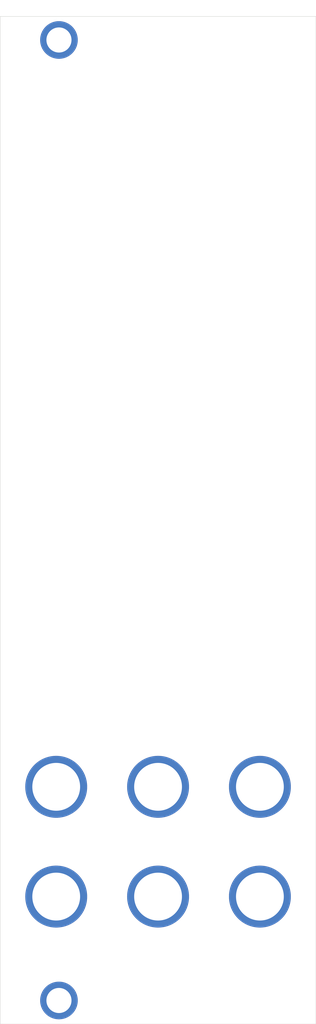
<source format=kicad_pcb>
(kicad_pcb (version 20171130) (host pcbnew 5.1.10-88a1d61d58~90~ubuntu20.04.1)

  (general
    (thickness 1.6)
    (drawings 17)
    (tracks 0)
    (zones 0)
    (modules 14)
    (nets 1)
  )

  (page A4)
  (layers
    (0 F.Cu signal)
    (31 B.Cu signal)
    (32 B.Adhes user)
    (33 F.Adhes user)
    (34 B.Paste user)
    (35 F.Paste user)
    (36 B.SilkS user)
    (37 F.SilkS user)
    (38 B.Mask user)
    (39 F.Mask user)
    (40 Dwgs.User user)
    (41 Cmts.User user)
    (42 Eco1.User user)
    (43 Eco2.User user)
    (44 Edge.Cuts user)
    (45 Margin user)
    (46 B.CrtYd user)
    (47 F.CrtYd user)
    (48 B.Fab user)
    (49 F.Fab user)
  )

  (setup
    (last_trace_width 0.25)
    (trace_clearance 0.2)
    (zone_clearance 0.508)
    (zone_45_only no)
    (trace_min 0.2)
    (via_size 0.8)
    (via_drill 0.4)
    (via_min_size 0.4)
    (via_min_drill 0.3)
    (uvia_size 0.3)
    (uvia_drill 0.1)
    (uvias_allowed no)
    (uvia_min_size 0.2)
    (uvia_min_drill 0.1)
    (edge_width 0.05)
    (segment_width 0.2)
    (pcb_text_width 0.3)
    (pcb_text_size 1.5 1.5)
    (mod_edge_width 0.12)
    (mod_text_size 1 1)
    (mod_text_width 0.15)
    (pad_size 1.524 1.524)
    (pad_drill 0.762)
    (pad_to_mask_clearance 0)
    (aux_axis_origin 0 0)
    (visible_elements FFFFFF7F)
    (pcbplotparams
      (layerselection 0x010fc_ffffffff)
      (usegerberextensions false)
      (usegerberattributes true)
      (usegerberadvancedattributes true)
      (creategerberjobfile true)
      (excludeedgelayer true)
      (linewidth 0.150000)
      (plotframeref false)
      (viasonmask false)
      (mode 1)
      (useauxorigin false)
      (hpglpennumber 1)
      (hpglpenspeed 20)
      (hpglpendiameter 15.000000)
      (psnegative false)
      (psa4output false)
      (plotreference true)
      (plotvalue true)
      (plotinvisibletext false)
      (padsonsilk false)
      (subtractmaskfromsilk false)
      (outputformat 1)
      (mirror false)
      (drillshape 1)
      (scaleselection 1)
      (outputdirectory ""))
  )

  (net 0 "")

  (net_class Default "This is the default net class."
    (clearance 0.2)
    (trace_width 0.25)
    (via_dia 0.8)
    (via_drill 0.4)
    (uvia_dia 0.3)
    (uvia_drill 0.1)
  )

  (module user-footprints:pothole_locking_metal_16mm (layer F.Cu) (tedit 5EAAE3D4) (tstamp 61132398)
    (at 19 -47 270)
    (fp_text reference pothole (at 0.254 0.254 90) (layer F.SilkS) hide
      (effects (font (size 1 1) (thickness 0.15)))
    )
    (fp_text value VAL** (at 0.127 -1.27 90) (layer F.SilkS) hide
      (effects (font (size 1 1) (thickness 0.15)))
    )
    (pad "" np_thru_hole circle (at 0 0 270) (size 7.1 7.1) (drill 7.1) (layers *.Cu *.Mask))
    (pad "" np_thru_hole oval (at 7.8 0 270) (size 1.5 3) (drill oval 1.5 3) (layers *.Cu *.Mask))
  )

  (module user-footprints:pothole_locking_metal_16mm (layer F.Cu) (tedit 5EAAE3D4) (tstamp 6113238E)
    (at 19 -74 270)
    (fp_text reference pothole (at 0.254 0.254 90) (layer F.SilkS) hide
      (effects (font (size 1 1) (thickness 0.15)))
    )
    (fp_text value VAL** (at 0.127 -1.27 90) (layer F.SilkS) hide
      (effects (font (size 1 1) (thickness 0.15)))
    )
    (pad "" np_thru_hole circle (at 0 0 270) (size 7.1 7.1) (drill 7.1) (layers *.Cu *.Mask))
    (pad "" np_thru_hole oval (at 7.8 0 270) (size 1.5 3) (drill oval 1.5 3) (layers *.Cu *.Mask))
  )

  (module user-footprints:pothole_locking_metal_16mm (layer F.Cu) (tedit 5EAAE3D4) (tstamp 6113238A)
    (at 19 -101 270)
    (fp_text reference pothole (at 0.254 0.254 90) (layer F.SilkS) hide
      (effects (font (size 1 1) (thickness 0.15)))
    )
    (fp_text value VAL** (at 0.127 -1.27 90) (layer F.SilkS) hide
      (effects (font (size 1 1) (thickness 0.15)))
    )
    (pad "" np_thru_hole circle (at 0 0 270) (size 7.1 7.1) (drill 7.1) (layers *.Cu *.Mask))
    (pad "" np_thru_hole oval (at 7.8 0 270) (size 1.5 3) (drill oval 1.5 3) (layers *.Cu *.Mask))
  )

  (module user-footprints:trimhole_centered (layer F.Cu) (tedit 6112C6F3) (tstamp 611327E8)
    (at 2.545 -32.64)
    (fp_text reference screwhole* (at 0 0) (layer F.SilkS) hide
      (effects (font (size 1 1) (thickness 0.15)))
    )
    (fp_text value VAL** (at 0 0) (layer F.SilkS) hide
      (effects (font (size 1 1) (thickness 0.15)))
    )
    (pad "" np_thru_hole circle (at 0 0) (size 2.6 2.6) (drill 2.6) (layers *.Cu *.Mask))
  )

  (module user-footprints:trimhole_centered (layer F.Cu) (tedit 6112C6F3) (tstamp 611327E5)
    (at 15.255 -32.64 180)
    (fp_text reference screwhole* (at 0 0) (layer F.SilkS) hide
      (effects (font (size 1 1) (thickness 0.15)))
    )
    (fp_text value VAL** (at 0 0) (layer F.SilkS) hide
      (effects (font (size 1 1) (thickness 0.15)))
    )
    (pad "" np_thru_hole circle (at 0 0 180) (size 2.6 2.6) (drill 2.6) (layers *.Cu *.Mask))
  )

  (module user-footprints:jackhole locked (layer F.Cu) (tedit 5EA1BA24) (tstamp 61132A28)
    (at 19 -7)
    (fp_text reference jackhole* (at 0 -3.429) (layer F.SilkS) hide
      (effects (font (size 1 1) (thickness 0.15)))
    )
    (fp_text value VAL** (at 0 -2.032) (layer F.SilkS) hide
      (effects (font (size 1 1) (thickness 0.15)))
    )
    (pad "" thru_hole circle (at 0 0) (size 7.9 7.9) (drill 6.1) (layers *.Cu *.Mask))
  )

  (module user-footprints:jackhole locked (layer F.Cu) (tedit 5EA1BA24) (tstamp 61132A24)
    (at 6 -7)
    (fp_text reference jackhole* (at 0 -3.429) (layer F.SilkS) hide
      (effects (font (size 1 1) (thickness 0.15)))
    )
    (fp_text value VAL** (at 0 -2.032) (layer F.SilkS) hide
      (effects (font (size 1 1) (thickness 0.15)))
    )
    (pad "" thru_hole circle (at 0 0) (size 7.9 7.9) (drill 6.1) (layers *.Cu *.Mask))
  )

  (module user-footprints:jackhole locked (layer F.Cu) (tedit 5EA1BA24) (tstamp 61132A20)
    (at 32 -7)
    (fp_text reference jackhole* (at 0 -3.429) (layer F.SilkS) hide
      (effects (font (size 1 1) (thickness 0.15)))
    )
    (fp_text value VAL** (at 0 -2.032) (layer F.SilkS) hide
      (effects (font (size 1 1) (thickness 0.15)))
    )
    (pad "" thru_hole circle (at 0 0) (size 7.9 7.9) (drill 6.1) (layers *.Cu *.Mask))
  )

  (module user-footprints:jackhole locked (layer F.Cu) (tedit 5EA1BA24) (tstamp 61132A18)
    (at 6 -21)
    (fp_text reference jackhole* (at 0 -3.429) (layer F.SilkS) hide
      (effects (font (size 1 1) (thickness 0.15)))
    )
    (fp_text value VAL** (at 0 -2.032) (layer F.SilkS) hide
      (effects (font (size 1 1) (thickness 0.15)))
    )
    (pad "" thru_hole circle (at 0 0) (size 7.9 7.9) (drill 6.1) (layers *.Cu *.Mask))
  )

  (module user-footprints:jackhole locked (layer F.Cu) (tedit 5EA1BA24) (tstamp 61132A10)
    (at 19 -21)
    (fp_text reference jackhole* (at 0 -3.429) (layer F.SilkS) hide
      (effects (font (size 1 1) (thickness 0.15)))
    )
    (fp_text value VAL** (at 0 -2.032) (layer F.SilkS) hide
      (effects (font (size 1 1) (thickness 0.15)))
    )
    (pad "" thru_hole circle (at 0 0) (size 7.9 7.9) (drill 6.1) (layers *.Cu *.Mask))
  )

  (module user-footprints:jackhole locked (layer F.Cu) (tedit 5EA1BA24) (tstamp 61132A0E)
    (at 32 -21)
    (fp_text reference jackhole* (at 0 -3.429) (layer F.SilkS) hide
      (effects (font (size 1 1) (thickness 0.15)))
    )
    (fp_text value VAL** (at 0 -2.032) (layer F.SilkS) hide
      (effects (font (size 1 1) (thickness 0.15)))
    )
    (pad "" thru_hole circle (at 0 0) (size 7.9 7.9) (drill 6.1) (layers *.Cu *.Mask))
  )

  (module user-footprints:led_3mm_new (layer F.Cu) (tedit 5F676974) (tstamp 611326DA)
    (at 32 -31)
    (fp_text reference LED* (at 0 0) (layer F.SilkS) hide
      (effects (font (size 1 1) (thickness 0.15)))
    )
    (fp_text value Val** (at 0 0) (layer F.SilkS) hide
      (effects (font (size 1 1) (thickness 0.15)))
    )
    (pad "" np_thru_hole circle (at 0 0) (size 3 3) (drill 3) (layers *.Cu *.Mask))
  )

  (module user-footprints:screwhole locked (layer F.Cu) (tedit 5EA1BA15) (tstamp 6113225E)
    (at 6.35 6.25)
    (fp_text reference screwhole* (at 0 0) (layer F.SilkS) hide
      (effects (font (size 1 1) (thickness 0.15)))
    )
    (fp_text value VAL** (at 0 0) (layer F.SilkS) hide
      (effects (font (size 1 1) (thickness 0.15)))
    )
    (pad "" thru_hole circle (at 0 0) (size 4.8 4.8) (drill 3.2) (layers *.Cu *.Mask))
  )

  (module user-footprints:screwhole locked (layer F.Cu) (tedit 5EA1BA15) (tstamp 6113225C)
    (at 6.35 -116.25)
    (fp_text reference screwhole* (at 0 0) (layer F.SilkS) hide
      (effects (font (size 1 1) (thickness 0.15)))
    )
    (fp_text value VAL** (at 0 0) (layer F.SilkS) hide
      (effects (font (size 1 1) (thickness 0.15)))
    )
    (pad "" thru_hole circle (at 0 0) (size 4.8 4.8) (drill 3.2) (layers *.Cu *.Mask))
  )

  (gr_text 8hp (at 37.25 -120.5) (layer Eco2.User)
    (effects (font (size 1 1) (thickness 0.15)))
  )
  (gr_text "1V TRIM" (at 2.5 -30) (layer Eco2.User) (tstamp 61132D23)
    (effects (font (size 1 1) (thickness 0.15)))
  )
  (gr_text "SYNC\nTRIM" (at 15.25 -29) (layer Eco2.User) (tstamp 61132D21)
    (effects (font (size 1 1) (thickness 0.15)))
  )
  (gr_text LED (at 32 -28.25) (layer Eco2.User) (tstamp 61132D1F)
    (effects (font (size 1 1) (thickness 0.15)))
  )
  (gr_text SYNC (at 6 -1.25) (layer Eco2.User) (tstamp 61132D1D)
    (effects (font (size 1 1) (thickness 0.15)))
  )
  (gr_text TRI (at 19 -1.25) (layer Eco2.User) (tstamp 61132D1B)
    (effects (font (size 1 1) (thickness 0.15)))
  )
  (gr_text SQR (at 32 -1.25) (layer Eco2.User) (tstamp 61132D19)
    (effects (font (size 1 1) (thickness 0.15)))
  )
  (gr_text PWM (at 32 -15.25) (layer Eco2.User) (tstamp 61132D17)
    (effects (font (size 1 1) (thickness 0.15)))
  )
  (gr_text "LIN FM" (at 19 -15.25) (layer Eco2.User) (tstamp 61132D15)
    (effects (font (size 1 1) (thickness 0.15)))
  )
  (gr_text 1V (at 6 -15.25) (layer Eco2.User) (tstamp 61132D13)
    (effects (font (size 1 1) (thickness 0.15)))
  )
  (gr_text "PULSE WIDTH" (at 19 -37) (layer Eco2.User) (tstamp 61132D11)
    (effects (font (size 1 1) (thickness 0.15)))
  )
  (gr_text FINE (at 19 -64.25) (layer Eco2.User) (tstamp 61132D0E)
    (effects (font (size 1 1) (thickness 0.15)))
  )
  (gr_text COARSE (at 19 -91.25) (layer Eco2.User)
    (effects (font (size 1 1) (thickness 0.15)))
  )
  (gr_line (start 39.15 -119.25) (end -1.15 -119.25) (layer Edge.Cuts) (width 0.05) (tstamp 6112C3BD))
  (gr_line (start -1.15 9.25) (end -1.15 -119.25) (layer Edge.Cuts) (width 0.05))
  (gr_line (start 39.15 9.25) (end 39.15 -119.25) (layer Edge.Cuts) (width 0.05))
  (gr_line (start -1.15 9.25) (end 39.15 9.25) (layer Edge.Cuts) (width 0.05))

)

</source>
